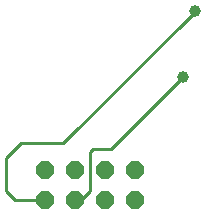
<source format=gbr>
G04 EAGLE Gerber X2 export*
%TF.Part,Single*%
%TF.FileFunction,Copper,L2,Bot,Mixed*%
%TF.FilePolarity,Positive*%
%TF.GenerationSoftware,Autodesk,EAGLE,9.1.2*%
%TF.CreationDate,2020-01-29T09:54:46Z*%
G75*
%MOMM*%
%FSLAX34Y34*%
%LPD*%
%AMOC8*
5,1,8,0,0,1.08239X$1,22.5*%
G01*
%ADD10P,1.649562X8X22.500000*%
%ADD11C,0.254000*%
%ADD12C,1.006400*%


D10*
X91440Y25400D03*
X116840Y25400D03*
X142240Y25400D03*
X167640Y25400D03*
X91440Y50800D03*
X116840Y50800D03*
X142240Y50800D03*
X167640Y50800D03*
D11*
X106680Y73660D02*
X217170Y184150D01*
X106680Y73660D02*
X71120Y73660D01*
X58420Y60960D01*
X58420Y33020D02*
X66040Y25400D01*
X91440Y25400D01*
X58420Y33020D02*
X58420Y60960D01*
D12*
X218440Y185420D03*
D11*
X217170Y184150D01*
X208280Y129540D02*
X147320Y68580D01*
X132080Y68580D01*
X129540Y66040D01*
X129540Y33020D01*
X121920Y25400D01*
X116840Y25400D01*
D12*
X208280Y129540D03*
M02*

</source>
